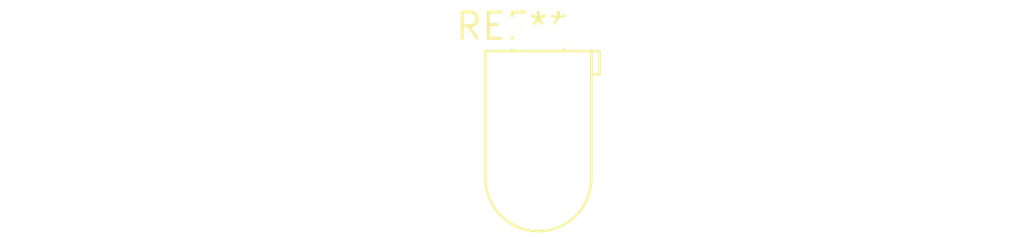
<source format=kicad_pcb>
(kicad_pcb (version 20240108) (generator pcbnew)
  (layers (0 "F.Cu" signal) (31 "B.Cu" signal) (34 "B.Paste" user) (35 "F.Paste" user) (36 "B.SilkS" user "B.Silkscreen") (37 "F.SilkS" user "F.Silkscreen") (38 "B.Mask" user) (39 "F.Mask" user) (44 "Edge.Cuts" user))
  (net 0 "")
  (footprint "LED_D5.0mm_Horizontal_O1.27mm_Z3.0mm_IRBlack" (layer "F.Cu") (at 0 0)
    (property "Reference" "REF**")
    (property "Value" "LED_D5.0mm_Horizontal_O1.27mm_Z3.0mm_IRBlack")
    (fp_line (start -1.29 1.21) (end -1.29 7.37) (layer "F.SilkS") (stroke (width 0.12)))
    (fp_line (start -1.29 1.21) (end 3.83 1.21) (layer "F.SilkS") (stroke (width 0.12)))
    (fp_line (start 0 1.08) (end 0 1.08) (layer "F.SilkS") (stroke (width 0.12)))
    (fp_line (start 0 1.08) (end 0 1.21) (layer "F.SilkS") (stroke (width 0.12)))
    (fp_line (start 0 1.21) (end 0 1.08) (layer "F.SilkS") (stroke (width 0.12)))
    (fp_line (start 0 1.21) (end 0 1.21) (layer "F.SilkS") (stroke (width 0.12)))
    (fp_line (start 2.54 1.08) (end 2.54 1.08) (layer "F.SilkS") (stroke (width 0.12)))
    (fp_line (start 2.54 1.08) (end 2.54 1.21) (layer "F.SilkS") (stroke (width 0.12)))
    (fp_line (start 2.54 1.21) (end 2.54 1.08) (layer "F.SilkS") (stroke (width 0.12)))
    (fp_line (start 2.54 1.21) (end 2.54 1.21) (layer "F.SilkS") (stroke (width 0.12)))
    (fp_line (start 3.83 1.21) (end 3.83 7.37) (layer "F.SilkS") (stroke (width 0.12)))
    (fp_line (start 3.83 1.21) (end 4.23 1.21) (layer "F.SilkS") (stroke (width 0.12)))
    (fp_line (start 3.83 2.33) (end 3.83 1.21) (layer "F.SilkS") (stroke (width 0.12)))
    (fp_line (start 4.23 1.21) (end 4.23 2.33) (layer "F.SilkS") (stroke (width 0.12)))
    (fp_line (start 4.23 2.33) (end 3.83 2.33) (layer "F.SilkS") (stroke (width 0.12)))
    (fp_arc (start 3.83 7.37) (mid 1.27 9.93) (end -1.29 7.37) (layer "F.SilkS") (stroke (width 0.12)))
    (pad "1" thru_hole rect (at 0 0) (size 1.8 1.8) (drill 0.9) (layers *.Cu *.Mask) (remove_unused_layers))
    (pad "2" thru_hole circle (at 2.54 0) (size 1.8 1.8) (drill 0.9) (layers *.Cu *.Mask) (remove_unused_layers))
  )
)
</source>
